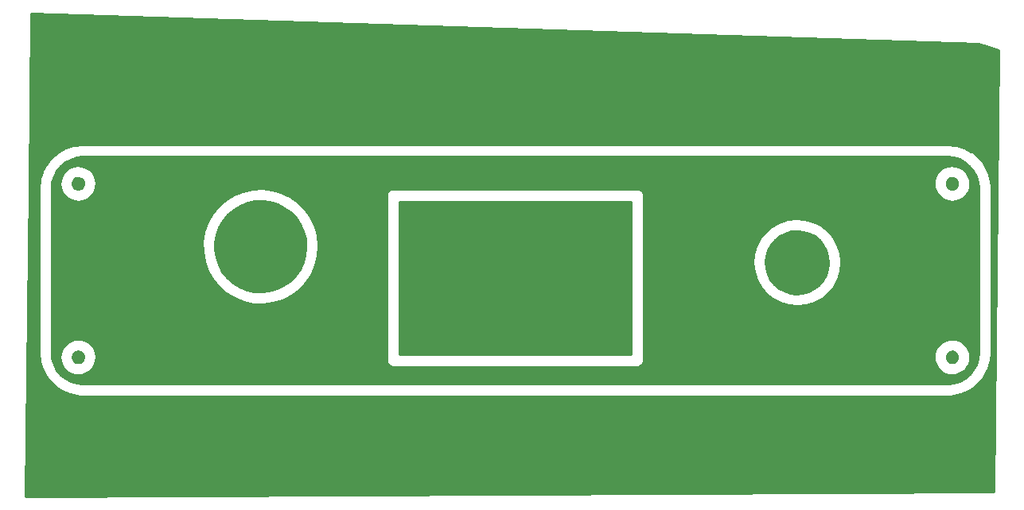
<source format=gbr>
%TF.GenerationSoftware,KiCad,Pcbnew,5.0.2+dfsg1-1*%
%TF.CreationDate,2021-08-12T08:11:43+08:00*%
%TF.ProjectId,shell_2,7368656c-6c5f-4322-9e6b-696361645f70,rev?*%
%TF.SameCoordinates,Original*%
%TF.FileFunction,Copper,L2,Bot*%
%TF.FilePolarity,Positive*%
%FSLAX46Y46*%
G04 Gerber Fmt 4.6, Leading zero omitted, Abs format (unit mm)*
G04 Created by KiCad (PCBNEW 5.0.2+dfsg1-1) date 2021年08月12日 星期四 08时11分43秒*
%MOMM*%
%LPD*%
G01*
G04 APERTURE LIST*
%TA.AperFunction,NonConductor*%
%ADD10C,0.254000*%
%TD*%
G04 APERTURE END LIST*
D10*
G36*
X199369227Y-88619997D02*
X201446384Y-89247975D01*
X200940748Y-136373217D01*
X97918512Y-136879967D01*
X98306096Y-103967582D01*
X99340000Y-103967582D01*
X99340001Y-121532419D01*
X99342988Y-121562744D01*
X99342813Y-121587743D01*
X99343713Y-121596914D01*
X99425315Y-122373302D01*
X99437338Y-122431871D01*
X99448551Y-122490657D01*
X99451215Y-122499479D01*
X99682063Y-123245229D01*
X99705238Y-123300359D01*
X99727652Y-123355838D01*
X99731979Y-123363974D01*
X100103282Y-124050684D01*
X100136727Y-124100268D01*
X100169487Y-124150331D01*
X100175311Y-124157472D01*
X100672924Y-124758983D01*
X100715376Y-124801140D01*
X100757223Y-124843873D01*
X100764318Y-124849741D01*
X100764324Y-124849747D01*
X100764331Y-124849751D01*
X101369294Y-125343148D01*
X101419087Y-125376230D01*
X101468476Y-125410048D01*
X101476583Y-125414430D01*
X102165867Y-125780930D01*
X102221182Y-125803729D01*
X102276154Y-125827290D01*
X102284957Y-125830015D01*
X103032302Y-126055652D01*
X103091011Y-126067277D01*
X103149494Y-126079708D01*
X103158657Y-126080671D01*
X103158659Y-126080671D01*
X103935596Y-126156850D01*
X103935598Y-126156850D01*
X103967581Y-126160000D01*
X196032419Y-126160000D01*
X196062753Y-126157012D01*
X196087743Y-126157187D01*
X196096914Y-126156287D01*
X196873302Y-126074685D01*
X196931871Y-126062662D01*
X196990657Y-126051449D01*
X196999479Y-126048785D01*
X197745229Y-125817937D01*
X197800359Y-125794762D01*
X197855838Y-125772348D01*
X197863974Y-125768021D01*
X198550684Y-125396718D01*
X198600268Y-125363273D01*
X198650331Y-125330513D01*
X198657472Y-125324689D01*
X199258983Y-124827076D01*
X199301140Y-124784624D01*
X199343873Y-124742777D01*
X199349741Y-124735682D01*
X199349747Y-124735676D01*
X199349751Y-124735669D01*
X199843148Y-124130706D01*
X199876230Y-124080913D01*
X199910048Y-124031524D01*
X199914430Y-124023417D01*
X200280930Y-123334133D01*
X200303729Y-123278818D01*
X200327290Y-123223846D01*
X200330015Y-123215043D01*
X200555652Y-122467698D01*
X200567277Y-122408989D01*
X200579708Y-122350506D01*
X200580671Y-122341341D01*
X200656850Y-121564404D01*
X200656850Y-121564402D01*
X200660000Y-121532419D01*
X200660000Y-103967581D01*
X200657012Y-103937247D01*
X200657187Y-103912257D01*
X200656287Y-103903086D01*
X200574685Y-103126699D01*
X200562658Y-103068106D01*
X200551448Y-103009342D01*
X200548785Y-103000520D01*
X200317937Y-102254771D01*
X200294749Y-102199608D01*
X200272347Y-102144162D01*
X200268021Y-102136026D01*
X199896718Y-101449316D01*
X199863279Y-101399741D01*
X199830514Y-101349670D01*
X199824689Y-101342529D01*
X199327076Y-100741017D01*
X199284621Y-100698858D01*
X199242776Y-100656127D01*
X199235676Y-100650253D01*
X198630705Y-100156852D01*
X198580904Y-100123764D01*
X198531524Y-100089953D01*
X198523418Y-100085570D01*
X197834133Y-99719071D01*
X197778839Y-99696280D01*
X197723846Y-99672710D01*
X197715043Y-99669985D01*
X196967698Y-99444348D01*
X196908995Y-99432725D01*
X196850506Y-99420292D01*
X196841342Y-99419329D01*
X196064404Y-99343150D01*
X196064402Y-99343150D01*
X196032419Y-99340000D01*
X103967581Y-99340000D01*
X103937247Y-99342988D01*
X103912257Y-99342813D01*
X103903086Y-99343713D01*
X103126699Y-99425315D01*
X103068106Y-99437342D01*
X103009342Y-99448552D01*
X103000520Y-99451215D01*
X102254771Y-99682063D01*
X102199608Y-99705251D01*
X102144162Y-99727653D01*
X102136026Y-99731979D01*
X101449316Y-100103282D01*
X101399741Y-100136721D01*
X101349670Y-100169486D01*
X101342529Y-100175311D01*
X100741017Y-100672924D01*
X100698863Y-100715374D01*
X100656127Y-100757224D01*
X100650253Y-100764324D01*
X100156852Y-101369295D01*
X100123764Y-101419096D01*
X100089953Y-101468476D01*
X100085570Y-101476582D01*
X99719071Y-102165867D01*
X99696280Y-102221161D01*
X99672710Y-102276154D01*
X99669985Y-102284957D01*
X99444348Y-103032302D01*
X99432725Y-103091005D01*
X99420292Y-103149494D01*
X99419329Y-103158658D01*
X99343150Y-103935596D01*
X99340000Y-103967582D01*
X98306096Y-103967582D01*
X98525065Y-85373505D01*
X199369227Y-88619997D01*
X199369227Y-88619997D01*
G37*
X199369227Y-88619997D02*
X201446384Y-89247975D01*
X200940748Y-136373217D01*
X97918512Y-136879967D01*
X98306096Y-103967582D01*
X99340000Y-103967582D01*
X99340001Y-121532419D01*
X99342988Y-121562744D01*
X99342813Y-121587743D01*
X99343713Y-121596914D01*
X99425315Y-122373302D01*
X99437338Y-122431871D01*
X99448551Y-122490657D01*
X99451215Y-122499479D01*
X99682063Y-123245229D01*
X99705238Y-123300359D01*
X99727652Y-123355838D01*
X99731979Y-123363974D01*
X100103282Y-124050684D01*
X100136727Y-124100268D01*
X100169487Y-124150331D01*
X100175311Y-124157472D01*
X100672924Y-124758983D01*
X100715376Y-124801140D01*
X100757223Y-124843873D01*
X100764318Y-124849741D01*
X100764324Y-124849747D01*
X100764331Y-124849751D01*
X101369294Y-125343148D01*
X101419087Y-125376230D01*
X101468476Y-125410048D01*
X101476583Y-125414430D01*
X102165867Y-125780930D01*
X102221182Y-125803729D01*
X102276154Y-125827290D01*
X102284957Y-125830015D01*
X103032302Y-126055652D01*
X103091011Y-126067277D01*
X103149494Y-126079708D01*
X103158657Y-126080671D01*
X103158659Y-126080671D01*
X103935596Y-126156850D01*
X103935598Y-126156850D01*
X103967581Y-126160000D01*
X196032419Y-126160000D01*
X196062753Y-126157012D01*
X196087743Y-126157187D01*
X196096914Y-126156287D01*
X196873302Y-126074685D01*
X196931871Y-126062662D01*
X196990657Y-126051449D01*
X196999479Y-126048785D01*
X197745229Y-125817937D01*
X197800359Y-125794762D01*
X197855838Y-125772348D01*
X197863974Y-125768021D01*
X198550684Y-125396718D01*
X198600268Y-125363273D01*
X198650331Y-125330513D01*
X198657472Y-125324689D01*
X199258983Y-124827076D01*
X199301140Y-124784624D01*
X199343873Y-124742777D01*
X199349741Y-124735682D01*
X199349747Y-124735676D01*
X199349751Y-124735669D01*
X199843148Y-124130706D01*
X199876230Y-124080913D01*
X199910048Y-124031524D01*
X199914430Y-124023417D01*
X200280930Y-123334133D01*
X200303729Y-123278818D01*
X200327290Y-123223846D01*
X200330015Y-123215043D01*
X200555652Y-122467698D01*
X200567277Y-122408989D01*
X200579708Y-122350506D01*
X200580671Y-122341341D01*
X200656850Y-121564404D01*
X200656850Y-121564402D01*
X200660000Y-121532419D01*
X200660000Y-103967581D01*
X200657012Y-103937247D01*
X200657187Y-103912257D01*
X200656287Y-103903086D01*
X200574685Y-103126699D01*
X200562658Y-103068106D01*
X200551448Y-103009342D01*
X200548785Y-103000520D01*
X200317937Y-102254771D01*
X200294749Y-102199608D01*
X200272347Y-102144162D01*
X200268021Y-102136026D01*
X199896718Y-101449316D01*
X199863279Y-101399741D01*
X199830514Y-101349670D01*
X199824689Y-101342529D01*
X199327076Y-100741017D01*
X199284621Y-100698858D01*
X199242776Y-100656127D01*
X199235676Y-100650253D01*
X198630705Y-100156852D01*
X198580904Y-100123764D01*
X198531524Y-100089953D01*
X198523418Y-100085570D01*
X197834133Y-99719071D01*
X197778839Y-99696280D01*
X197723846Y-99672710D01*
X197715043Y-99669985D01*
X196967698Y-99444348D01*
X196908995Y-99432725D01*
X196850506Y-99420292D01*
X196841342Y-99419329D01*
X196064404Y-99343150D01*
X196064402Y-99343150D01*
X196032419Y-99340000D01*
X103967581Y-99340000D01*
X103937247Y-99342988D01*
X103912257Y-99342813D01*
X103903086Y-99343713D01*
X103126699Y-99425315D01*
X103068106Y-99437342D01*
X103009342Y-99448552D01*
X103000520Y-99451215D01*
X102254771Y-99682063D01*
X102199608Y-99705251D01*
X102144162Y-99727653D01*
X102136026Y-99731979D01*
X101449316Y-100103282D01*
X101399741Y-100136721D01*
X101349670Y-100169486D01*
X101342529Y-100175311D01*
X100741017Y-100672924D01*
X100698863Y-100715374D01*
X100656127Y-100757224D01*
X100650253Y-100764324D01*
X100156852Y-101369295D01*
X100123764Y-101419096D01*
X100089953Y-101468476D01*
X100085570Y-101476582D01*
X99719071Y-102165867D01*
X99696280Y-102221161D01*
X99672710Y-102276154D01*
X99669985Y-102284957D01*
X99444348Y-103032302D01*
X99432725Y-103091005D01*
X99420292Y-103149494D01*
X99419329Y-103158658D01*
X99343150Y-103935596D01*
X99340000Y-103967582D01*
X98306096Y-103967582D01*
X98525065Y-85373505D01*
X199369227Y-88619997D01*
G36*
X196648126Y-100726714D02*
X197271572Y-100914943D01*
X197846579Y-101220681D01*
X198351247Y-101632279D01*
X198766362Y-102134067D01*
X199076105Y-102706924D01*
X199268682Y-103329039D01*
X199340001Y-104007594D01*
X199340000Y-121467721D01*
X199273286Y-122148126D01*
X199085057Y-122771570D01*
X198779323Y-123346573D01*
X198367721Y-123851248D01*
X197865933Y-124266362D01*
X197293077Y-124576104D01*
X196670961Y-124768682D01*
X195992417Y-124840000D01*
X104032279Y-124840000D01*
X103351874Y-124773286D01*
X102728430Y-124585057D01*
X102153427Y-124279323D01*
X101648752Y-123867721D01*
X101233638Y-123365933D01*
X100923896Y-122793077D01*
X100731318Y-122170961D01*
X100716182Y-122026947D01*
X101570188Y-122026947D01*
X101612175Y-122401270D01*
X101726069Y-122760308D01*
X101907531Y-123090386D01*
X102149650Y-123378932D01*
X102443203Y-123614955D01*
X102777009Y-123789465D01*
X103138354Y-123895814D01*
X103513474Y-123929953D01*
X103888080Y-123890580D01*
X104247905Y-123779196D01*
X104579242Y-123600043D01*
X104869472Y-123359944D01*
X105107538Y-123068046D01*
X105284374Y-122735466D01*
X105393243Y-122374872D01*
X105430000Y-122000000D01*
X105429248Y-121946111D01*
X105382038Y-121572411D01*
X105263143Y-121214998D01*
X105077090Y-120887486D01*
X104830966Y-120602348D01*
X104534146Y-120370447D01*
X104197935Y-120200615D01*
X103835141Y-120099321D01*
X103459581Y-120070423D01*
X103085561Y-120115023D01*
X102727326Y-120231420D01*
X102398523Y-120415182D01*
X102111674Y-120659309D01*
X101877706Y-120954503D01*
X101705531Y-121289520D01*
X101601707Y-121651598D01*
X101570188Y-122026947D01*
X100716182Y-122026947D01*
X100660000Y-121492417D01*
X100660000Y-109736631D01*
X116737396Y-109736631D01*
X116747427Y-110781589D01*
X116933379Y-111809918D01*
X117289935Y-112792214D01*
X117806900Y-113700391D01*
X118469492Y-114508480D01*
X119258767Y-115193377D01*
X120152155Y-115735499D01*
X121124112Y-116119343D01*
X122146847Y-116333935D01*
X123191118Y-116373139D01*
X124227064Y-116235835D01*
X125225066Y-115925947D01*
X126156587Y-115452337D01*
X126994992Y-114828546D01*
X127716309Y-114072412D01*
X128299912Y-113205553D01*
X128729116Y-112252756D01*
X128991647Y-111241264D01*
X129080000Y-110200000D01*
X129078861Y-110081360D01*
X128970535Y-109041983D01*
X128688634Y-108035718D01*
X128241218Y-107091337D01*
X127641081Y-106235841D01*
X126905381Y-105493693D01*
X126055155Y-104886113D01*
X125774218Y-104750000D01*
X136311686Y-104750000D01*
X136315000Y-104783647D01*
X136315001Y-122316343D01*
X136311686Y-122350000D01*
X136324912Y-122484283D01*
X136364081Y-122613406D01*
X136427688Y-122732407D01*
X136513289Y-122836711D01*
X136617593Y-122922312D01*
X136736594Y-122985919D01*
X136865717Y-123025088D01*
X136966353Y-123035000D01*
X137000000Y-123038314D01*
X137033647Y-123035000D01*
X162966353Y-123035000D01*
X163000000Y-123038314D01*
X163134283Y-123025088D01*
X163263406Y-122985919D01*
X163382407Y-122922312D01*
X163486711Y-122836711D01*
X163572312Y-122732407D01*
X163635919Y-122613406D01*
X163675088Y-122484283D01*
X163685000Y-122383647D01*
X163688314Y-122350000D01*
X163685000Y-122316353D01*
X163685000Y-122026947D01*
X194570188Y-122026947D01*
X194612175Y-122401270D01*
X194726069Y-122760308D01*
X194907531Y-123090386D01*
X195149650Y-123378932D01*
X195443203Y-123614955D01*
X195777009Y-123789465D01*
X196138354Y-123895814D01*
X196513474Y-123929953D01*
X196888080Y-123890580D01*
X197247905Y-123779196D01*
X197579242Y-123600043D01*
X197869472Y-123359944D01*
X198107538Y-123068046D01*
X198284374Y-122735466D01*
X198393243Y-122374872D01*
X198430000Y-122000000D01*
X198429248Y-121946111D01*
X198382038Y-121572411D01*
X198263143Y-121214998D01*
X198077090Y-120887486D01*
X197830966Y-120602348D01*
X197534146Y-120370447D01*
X197197935Y-120200615D01*
X196835141Y-120099321D01*
X196459581Y-120070423D01*
X196085561Y-120115023D01*
X195727326Y-120231420D01*
X195398523Y-120415182D01*
X195111674Y-120659309D01*
X194877706Y-120954503D01*
X194705531Y-121289520D01*
X194601707Y-121651598D01*
X194570188Y-122026947D01*
X163685000Y-122026947D01*
X163685000Y-111965343D01*
X175320456Y-111965343D01*
X175422269Y-112873027D01*
X175698447Y-113743648D01*
X176138469Y-114544046D01*
X176725576Y-115243732D01*
X177437404Y-115816057D01*
X178246841Y-116239220D01*
X179123055Y-116497104D01*
X180032672Y-116579886D01*
X180941045Y-116484412D01*
X181813573Y-116214320D01*
X182617023Y-115779896D01*
X183320791Y-115197688D01*
X183898071Y-114489872D01*
X184326875Y-113683409D01*
X184590870Y-112809017D01*
X184680000Y-111900000D01*
X184678175Y-111769327D01*
X184563699Y-110863153D01*
X184275393Y-109996473D01*
X183824238Y-109202297D01*
X183227419Y-108510876D01*
X182507669Y-107948545D01*
X181692403Y-107536725D01*
X180812673Y-107291100D01*
X179901989Y-107221026D01*
X178995039Y-107329174D01*
X178126367Y-107611422D01*
X177329061Y-108057022D01*
X176633490Y-108648999D01*
X176066148Y-109364806D01*
X175648646Y-110177177D01*
X175396886Y-111055170D01*
X175320456Y-111965343D01*
X163685000Y-111965343D01*
X163685000Y-104783647D01*
X163688314Y-104750000D01*
X163675088Y-104615717D01*
X163635919Y-104486594D01*
X163572312Y-104367593D01*
X163486711Y-104263289D01*
X163382407Y-104177688D01*
X163263406Y-104114081D01*
X163134283Y-104074912D01*
X163033647Y-104065000D01*
X163000000Y-104061686D01*
X162966353Y-104065000D01*
X137033647Y-104065000D01*
X137000000Y-104061686D01*
X136966353Y-104065000D01*
X136865717Y-104074912D01*
X136736594Y-104114081D01*
X136617593Y-104177688D01*
X136513289Y-104263289D01*
X136427688Y-104367593D01*
X136364081Y-104486594D01*
X136324912Y-104615717D01*
X136311686Y-104750000D01*
X125774218Y-104750000D01*
X125114714Y-104430473D01*
X124110947Y-104139801D01*
X123072556Y-104022409D01*
X122029230Y-104081654D01*
X121010803Y-104315840D01*
X120046394Y-104718273D01*
X119163577Y-105277445D01*
X118387597Y-105977368D01*
X117740640Y-106798029D01*
X117241205Y-107715963D01*
X116903572Y-108704923D01*
X116737396Y-109736631D01*
X100660000Y-109736631D01*
X100660000Y-104032278D01*
X100709547Y-103526947D01*
X101570188Y-103526947D01*
X101612175Y-103901270D01*
X101726069Y-104260308D01*
X101907531Y-104590386D01*
X102149650Y-104878932D01*
X102443203Y-105114955D01*
X102777009Y-105289465D01*
X103138354Y-105395814D01*
X103513474Y-105429953D01*
X103888080Y-105390580D01*
X104247905Y-105279196D01*
X104579242Y-105100043D01*
X104869472Y-104859944D01*
X105107538Y-104568046D01*
X105284374Y-104235466D01*
X105393243Y-103874872D01*
X105427357Y-103526947D01*
X194570188Y-103526947D01*
X194612175Y-103901270D01*
X194726069Y-104260308D01*
X194907531Y-104590386D01*
X195149650Y-104878932D01*
X195443203Y-105114955D01*
X195777009Y-105289465D01*
X196138354Y-105395814D01*
X196513474Y-105429953D01*
X196888080Y-105390580D01*
X197247905Y-105279196D01*
X197579242Y-105100043D01*
X197869472Y-104859944D01*
X198107538Y-104568046D01*
X198284374Y-104235466D01*
X198393243Y-103874872D01*
X198430000Y-103500000D01*
X198429248Y-103446111D01*
X198382038Y-103072411D01*
X198263143Y-102714998D01*
X198077090Y-102387486D01*
X197830966Y-102102348D01*
X197534146Y-101870447D01*
X197197935Y-101700615D01*
X196835141Y-101599321D01*
X196459581Y-101570423D01*
X196085561Y-101615023D01*
X195727326Y-101731420D01*
X195398523Y-101915182D01*
X195111674Y-102159309D01*
X194877706Y-102454503D01*
X194705531Y-102789520D01*
X194601707Y-103151598D01*
X194570188Y-103526947D01*
X105427357Y-103526947D01*
X105430000Y-103500000D01*
X105429248Y-103446111D01*
X105382038Y-103072411D01*
X105263143Y-102714998D01*
X105077090Y-102387486D01*
X104830966Y-102102348D01*
X104534146Y-101870447D01*
X104197935Y-101700615D01*
X103835141Y-101599321D01*
X103459581Y-101570423D01*
X103085561Y-101615023D01*
X102727326Y-101731420D01*
X102398523Y-101915182D01*
X102111674Y-102159309D01*
X101877706Y-102454503D01*
X101705531Y-102789520D01*
X101601707Y-103151598D01*
X101570188Y-103526947D01*
X100709547Y-103526947D01*
X100726714Y-103351874D01*
X100914943Y-102728428D01*
X101220681Y-102153421D01*
X101632279Y-101648753D01*
X102134067Y-101233638D01*
X102706924Y-100923895D01*
X103329039Y-100731318D01*
X104007584Y-100660000D01*
X195967722Y-100660000D01*
X196648126Y-100726714D01*
X196648126Y-100726714D01*
G37*
X196648126Y-100726714D02*
X197271572Y-100914943D01*
X197846579Y-101220681D01*
X198351247Y-101632279D01*
X198766362Y-102134067D01*
X199076105Y-102706924D01*
X199268682Y-103329039D01*
X199340001Y-104007594D01*
X199340000Y-121467721D01*
X199273286Y-122148126D01*
X199085057Y-122771570D01*
X198779323Y-123346573D01*
X198367721Y-123851248D01*
X197865933Y-124266362D01*
X197293077Y-124576104D01*
X196670961Y-124768682D01*
X195992417Y-124840000D01*
X104032279Y-124840000D01*
X103351874Y-124773286D01*
X102728430Y-124585057D01*
X102153427Y-124279323D01*
X101648752Y-123867721D01*
X101233638Y-123365933D01*
X100923896Y-122793077D01*
X100731318Y-122170961D01*
X100716182Y-122026947D01*
X101570188Y-122026947D01*
X101612175Y-122401270D01*
X101726069Y-122760308D01*
X101907531Y-123090386D01*
X102149650Y-123378932D01*
X102443203Y-123614955D01*
X102777009Y-123789465D01*
X103138354Y-123895814D01*
X103513474Y-123929953D01*
X103888080Y-123890580D01*
X104247905Y-123779196D01*
X104579242Y-123600043D01*
X104869472Y-123359944D01*
X105107538Y-123068046D01*
X105284374Y-122735466D01*
X105393243Y-122374872D01*
X105430000Y-122000000D01*
X105429248Y-121946111D01*
X105382038Y-121572411D01*
X105263143Y-121214998D01*
X105077090Y-120887486D01*
X104830966Y-120602348D01*
X104534146Y-120370447D01*
X104197935Y-120200615D01*
X103835141Y-120099321D01*
X103459581Y-120070423D01*
X103085561Y-120115023D01*
X102727326Y-120231420D01*
X102398523Y-120415182D01*
X102111674Y-120659309D01*
X101877706Y-120954503D01*
X101705531Y-121289520D01*
X101601707Y-121651598D01*
X101570188Y-122026947D01*
X100716182Y-122026947D01*
X100660000Y-121492417D01*
X100660000Y-109736631D01*
X116737396Y-109736631D01*
X116747427Y-110781589D01*
X116933379Y-111809918D01*
X117289935Y-112792214D01*
X117806900Y-113700391D01*
X118469492Y-114508480D01*
X119258767Y-115193377D01*
X120152155Y-115735499D01*
X121124112Y-116119343D01*
X122146847Y-116333935D01*
X123191118Y-116373139D01*
X124227064Y-116235835D01*
X125225066Y-115925947D01*
X126156587Y-115452337D01*
X126994992Y-114828546D01*
X127716309Y-114072412D01*
X128299912Y-113205553D01*
X128729116Y-112252756D01*
X128991647Y-111241264D01*
X129080000Y-110200000D01*
X129078861Y-110081360D01*
X128970535Y-109041983D01*
X128688634Y-108035718D01*
X128241218Y-107091337D01*
X127641081Y-106235841D01*
X126905381Y-105493693D01*
X126055155Y-104886113D01*
X125774218Y-104750000D01*
X136311686Y-104750000D01*
X136315000Y-104783647D01*
X136315001Y-122316343D01*
X136311686Y-122350000D01*
X136324912Y-122484283D01*
X136364081Y-122613406D01*
X136427688Y-122732407D01*
X136513289Y-122836711D01*
X136617593Y-122922312D01*
X136736594Y-122985919D01*
X136865717Y-123025088D01*
X136966353Y-123035000D01*
X137000000Y-123038314D01*
X137033647Y-123035000D01*
X162966353Y-123035000D01*
X163000000Y-123038314D01*
X163134283Y-123025088D01*
X163263406Y-122985919D01*
X163382407Y-122922312D01*
X163486711Y-122836711D01*
X163572312Y-122732407D01*
X163635919Y-122613406D01*
X163675088Y-122484283D01*
X163685000Y-122383647D01*
X163688314Y-122350000D01*
X163685000Y-122316353D01*
X163685000Y-122026947D01*
X194570188Y-122026947D01*
X194612175Y-122401270D01*
X194726069Y-122760308D01*
X194907531Y-123090386D01*
X195149650Y-123378932D01*
X195443203Y-123614955D01*
X195777009Y-123789465D01*
X196138354Y-123895814D01*
X196513474Y-123929953D01*
X196888080Y-123890580D01*
X197247905Y-123779196D01*
X197579242Y-123600043D01*
X197869472Y-123359944D01*
X198107538Y-123068046D01*
X198284374Y-122735466D01*
X198393243Y-122374872D01*
X198430000Y-122000000D01*
X198429248Y-121946111D01*
X198382038Y-121572411D01*
X198263143Y-121214998D01*
X198077090Y-120887486D01*
X197830966Y-120602348D01*
X197534146Y-120370447D01*
X197197935Y-120200615D01*
X196835141Y-120099321D01*
X196459581Y-120070423D01*
X196085561Y-120115023D01*
X195727326Y-120231420D01*
X195398523Y-120415182D01*
X195111674Y-120659309D01*
X194877706Y-120954503D01*
X194705531Y-121289520D01*
X194601707Y-121651598D01*
X194570188Y-122026947D01*
X163685000Y-122026947D01*
X163685000Y-111965343D01*
X175320456Y-111965343D01*
X175422269Y-112873027D01*
X175698447Y-113743648D01*
X176138469Y-114544046D01*
X176725576Y-115243732D01*
X177437404Y-115816057D01*
X178246841Y-116239220D01*
X179123055Y-116497104D01*
X180032672Y-116579886D01*
X180941045Y-116484412D01*
X181813573Y-116214320D01*
X182617023Y-115779896D01*
X183320791Y-115197688D01*
X183898071Y-114489872D01*
X184326875Y-113683409D01*
X184590870Y-112809017D01*
X184680000Y-111900000D01*
X184678175Y-111769327D01*
X184563699Y-110863153D01*
X184275393Y-109996473D01*
X183824238Y-109202297D01*
X183227419Y-108510876D01*
X182507669Y-107948545D01*
X181692403Y-107536725D01*
X180812673Y-107291100D01*
X179901989Y-107221026D01*
X178995039Y-107329174D01*
X178126367Y-107611422D01*
X177329061Y-108057022D01*
X176633490Y-108648999D01*
X176066148Y-109364806D01*
X175648646Y-110177177D01*
X175396886Y-111055170D01*
X175320456Y-111965343D01*
X163685000Y-111965343D01*
X163685000Y-104783647D01*
X163688314Y-104750000D01*
X163675088Y-104615717D01*
X163635919Y-104486594D01*
X163572312Y-104367593D01*
X163486711Y-104263289D01*
X163382407Y-104177688D01*
X163263406Y-104114081D01*
X163134283Y-104074912D01*
X163033647Y-104065000D01*
X163000000Y-104061686D01*
X162966353Y-104065000D01*
X137033647Y-104065000D01*
X137000000Y-104061686D01*
X136966353Y-104065000D01*
X136865717Y-104074912D01*
X136736594Y-104114081D01*
X136617593Y-104177688D01*
X136513289Y-104263289D01*
X136427688Y-104367593D01*
X136364081Y-104486594D01*
X136324912Y-104615717D01*
X136311686Y-104750000D01*
X125774218Y-104750000D01*
X125114714Y-104430473D01*
X124110947Y-104139801D01*
X123072556Y-104022409D01*
X122029230Y-104081654D01*
X121010803Y-104315840D01*
X120046394Y-104718273D01*
X119163577Y-105277445D01*
X118387597Y-105977368D01*
X117740640Y-106798029D01*
X117241205Y-107715963D01*
X116903572Y-108704923D01*
X116737396Y-109736631D01*
X100660000Y-109736631D01*
X100660000Y-104032278D01*
X100709547Y-103526947D01*
X101570188Y-103526947D01*
X101612175Y-103901270D01*
X101726069Y-104260308D01*
X101907531Y-104590386D01*
X102149650Y-104878932D01*
X102443203Y-105114955D01*
X102777009Y-105289465D01*
X103138354Y-105395814D01*
X103513474Y-105429953D01*
X103888080Y-105390580D01*
X104247905Y-105279196D01*
X104579242Y-105100043D01*
X104869472Y-104859944D01*
X105107538Y-104568046D01*
X105284374Y-104235466D01*
X105393243Y-103874872D01*
X105427357Y-103526947D01*
X194570188Y-103526947D01*
X194612175Y-103901270D01*
X194726069Y-104260308D01*
X194907531Y-104590386D01*
X195149650Y-104878932D01*
X195443203Y-105114955D01*
X195777009Y-105289465D01*
X196138354Y-105395814D01*
X196513474Y-105429953D01*
X196888080Y-105390580D01*
X197247905Y-105279196D01*
X197579242Y-105100043D01*
X197869472Y-104859944D01*
X198107538Y-104568046D01*
X198284374Y-104235466D01*
X198393243Y-103874872D01*
X198430000Y-103500000D01*
X198429248Y-103446111D01*
X198382038Y-103072411D01*
X198263143Y-102714998D01*
X198077090Y-102387486D01*
X197830966Y-102102348D01*
X197534146Y-101870447D01*
X197197935Y-101700615D01*
X196835141Y-101599321D01*
X196459581Y-101570423D01*
X196085561Y-101615023D01*
X195727326Y-101731420D01*
X195398523Y-101915182D01*
X195111674Y-102159309D01*
X194877706Y-102454503D01*
X194705531Y-102789520D01*
X194601707Y-103151598D01*
X194570188Y-103526947D01*
X105427357Y-103526947D01*
X105430000Y-103500000D01*
X105429248Y-103446111D01*
X105382038Y-103072411D01*
X105263143Y-102714998D01*
X105077090Y-102387486D01*
X104830966Y-102102348D01*
X104534146Y-101870447D01*
X104197935Y-101700615D01*
X103835141Y-101599321D01*
X103459581Y-101570423D01*
X103085561Y-101615023D01*
X102727326Y-101731420D01*
X102398523Y-101915182D01*
X102111674Y-102159309D01*
X101877706Y-102454503D01*
X101705531Y-102789520D01*
X101601707Y-103151598D01*
X101570188Y-103526947D01*
X100709547Y-103526947D01*
X100726714Y-103351874D01*
X100914943Y-102728428D01*
X101220681Y-102153421D01*
X101632279Y-101648753D01*
X102134067Y-101233638D01*
X102706924Y-100923895D01*
X103329039Y-100731318D01*
X104007584Y-100660000D01*
X195967722Y-100660000D01*
X196648126Y-100726714D01*
G36*
X196618636Y-121422051D02*
X196728634Y-121456101D01*
X196829924Y-121510868D01*
X196918647Y-121584266D01*
X196991424Y-121673499D01*
X197045482Y-121775168D01*
X197078764Y-121885402D01*
X197090000Y-122000000D01*
X197089770Y-122016474D01*
X197075338Y-122130714D01*
X197038992Y-122239975D01*
X196982115Y-122340095D01*
X196906876Y-122427261D01*
X196816138Y-122498153D01*
X196713358Y-122550071D01*
X196602452Y-122581037D01*
X196487644Y-122589871D01*
X196373306Y-122576237D01*
X196263794Y-122540654D01*
X196163279Y-122484478D01*
X196075590Y-122409848D01*
X196004066Y-122319608D01*
X195951432Y-122217193D01*
X195919693Y-122106506D01*
X195910058Y-121991762D01*
X195922893Y-121877332D01*
X195957710Y-121767574D01*
X196013183Y-121666669D01*
X196087199Y-121578461D01*
X196176938Y-121506309D01*
X196278982Y-121452962D01*
X196389445Y-121420451D01*
X196504119Y-121410014D01*
X196618636Y-121422051D01*
X196618636Y-121422051D01*
G37*
X196618636Y-121422051D02*
X196728634Y-121456101D01*
X196829924Y-121510868D01*
X196918647Y-121584266D01*
X196991424Y-121673499D01*
X197045482Y-121775168D01*
X197078764Y-121885402D01*
X197090000Y-122000000D01*
X197089770Y-122016474D01*
X197075338Y-122130714D01*
X197038992Y-122239975D01*
X196982115Y-122340095D01*
X196906876Y-122427261D01*
X196816138Y-122498153D01*
X196713358Y-122550071D01*
X196602452Y-122581037D01*
X196487644Y-122589871D01*
X196373306Y-122576237D01*
X196263794Y-122540654D01*
X196163279Y-122484478D01*
X196075590Y-122409848D01*
X196004066Y-122319608D01*
X195951432Y-122217193D01*
X195919693Y-122106506D01*
X195910058Y-121991762D01*
X195922893Y-121877332D01*
X195957710Y-121767574D01*
X196013183Y-121666669D01*
X196087199Y-121578461D01*
X196176938Y-121506309D01*
X196278982Y-121452962D01*
X196389445Y-121420451D01*
X196504119Y-121410014D01*
X196618636Y-121422051D01*
G36*
X103618636Y-121422051D02*
X103728634Y-121456101D01*
X103829924Y-121510868D01*
X103918647Y-121584266D01*
X103991424Y-121673499D01*
X104045482Y-121775168D01*
X104078764Y-121885402D01*
X104090000Y-122000000D01*
X104089770Y-122016474D01*
X104075338Y-122130714D01*
X104038992Y-122239975D01*
X103982115Y-122340095D01*
X103906876Y-122427261D01*
X103816138Y-122498153D01*
X103713358Y-122550071D01*
X103602452Y-122581037D01*
X103487644Y-122589871D01*
X103373306Y-122576237D01*
X103263794Y-122540654D01*
X103163279Y-122484478D01*
X103075590Y-122409848D01*
X103004066Y-122319608D01*
X102951432Y-122217193D01*
X102919693Y-122106506D01*
X102910058Y-121991762D01*
X102922893Y-121877332D01*
X102957710Y-121767574D01*
X103013183Y-121666669D01*
X103087199Y-121578461D01*
X103176938Y-121506309D01*
X103278982Y-121452962D01*
X103389445Y-121420451D01*
X103504119Y-121410014D01*
X103618636Y-121422051D01*
X103618636Y-121422051D01*
G37*
X103618636Y-121422051D02*
X103728634Y-121456101D01*
X103829924Y-121510868D01*
X103918647Y-121584266D01*
X103991424Y-121673499D01*
X104045482Y-121775168D01*
X104078764Y-121885402D01*
X104090000Y-122000000D01*
X104089770Y-122016474D01*
X104075338Y-122130714D01*
X104038992Y-122239975D01*
X103982115Y-122340095D01*
X103906876Y-122427261D01*
X103816138Y-122498153D01*
X103713358Y-122550071D01*
X103602452Y-122581037D01*
X103487644Y-122589871D01*
X103373306Y-122576237D01*
X103263794Y-122540654D01*
X103163279Y-122484478D01*
X103075590Y-122409848D01*
X103004066Y-122319608D01*
X102951432Y-122217193D01*
X102919693Y-122106506D01*
X102910058Y-121991762D01*
X102922893Y-121877332D01*
X102957710Y-121767574D01*
X103013183Y-121666669D01*
X103087199Y-121578461D01*
X103176938Y-121506309D01*
X103278982Y-121452962D01*
X103389445Y-121420451D01*
X103504119Y-121410014D01*
X103618636Y-121422051D01*
G36*
X162315001Y-121665000D02*
X137685000Y-121665000D01*
X137685000Y-105435000D01*
X162315000Y-105435000D01*
X162315001Y-121665000D01*
X162315001Y-121665000D01*
G37*
X162315001Y-121665000D02*
X137685000Y-121665000D01*
X137685000Y-105435000D01*
X162315000Y-105435000D01*
X162315001Y-121665000D01*
G36*
X180671600Y-108628219D02*
X181294302Y-108820977D01*
X181867704Y-109131015D01*
X182369966Y-109546522D01*
X182781957Y-110051672D01*
X183087984Y-110627225D01*
X183276390Y-111251257D01*
X183340000Y-111900000D01*
X183338698Y-111993258D01*
X183256999Y-112639972D01*
X183051242Y-113258500D01*
X182729264Y-113825284D01*
X182303329Y-114318734D01*
X181789661Y-114720055D01*
X181207826Y-115013961D01*
X180579985Y-115189258D01*
X179930052Y-115239267D01*
X179282784Y-115162085D01*
X178662834Y-114960652D01*
X178093817Y-114642638D01*
X177597405Y-114220159D01*
X177192508Y-113709305D01*
X176894547Y-113129536D01*
X176714871Y-112502934D01*
X176660326Y-111853366D01*
X176732987Y-111205575D01*
X176930088Y-110584234D01*
X177244121Y-110013010D01*
X177663124Y-109513661D01*
X178171139Y-109105207D01*
X178748814Y-108803206D01*
X179374146Y-108619161D01*
X180023317Y-108560081D01*
X180671600Y-108628219D01*
X180671600Y-108628219D01*
G37*
X180671600Y-108628219D02*
X181294302Y-108820977D01*
X181867704Y-109131015D01*
X182369966Y-109546522D01*
X182781957Y-110051672D01*
X183087984Y-110627225D01*
X183276390Y-111251257D01*
X183340000Y-111900000D01*
X183338698Y-111993258D01*
X183256999Y-112639972D01*
X183051242Y-113258500D01*
X182729264Y-113825284D01*
X182303329Y-114318734D01*
X181789661Y-114720055D01*
X181207826Y-115013961D01*
X180579985Y-115189258D01*
X179930052Y-115239267D01*
X179282784Y-115162085D01*
X178662834Y-114960652D01*
X178093817Y-114642638D01*
X177597405Y-114220159D01*
X177192508Y-113709305D01*
X176894547Y-113129536D01*
X176714871Y-112502934D01*
X176660326Y-111853366D01*
X176732987Y-111205575D01*
X176930088Y-110584234D01*
X177244121Y-110013010D01*
X177663124Y-109513661D01*
X178171139Y-109105207D01*
X178748814Y-108803206D01*
X179374146Y-108619161D01*
X180023317Y-108560081D01*
X180671600Y-108628219D01*
G36*
X123939319Y-105472906D02*
X124720925Y-105715601D01*
X125450466Y-106086519D01*
X126107081Y-106575054D01*
X126671996Y-107167238D01*
X127129058Y-107846137D01*
X127465198Y-108592340D01*
X127670805Y-109384511D01*
X127740000Y-110200000D01*
X127739108Y-110292916D01*
X127654270Y-111106926D01*
X127433493Y-111895004D01*
X127083090Y-112634617D01*
X126613079Y-113304616D01*
X126036900Y-113885845D01*
X125371028Y-114361685D01*
X124634501Y-114718529D01*
X123848379Y-114946175D01*
X123035141Y-115038113D01*
X122218038Y-114991715D01*
X121420435Y-114808306D01*
X120665137Y-114493132D01*
X119973740Y-114055205D01*
X119366015Y-113507045D01*
X118859336Y-112864327D01*
X118468193Y-112145427D01*
X118203769Y-111370902D01*
X118073624Y-110562897D01*
X118081480Y-109744516D01*
X118227112Y-108939158D01*
X118506357Y-108169852D01*
X118911229Y-107458594D01*
X119430153Y-106825721D01*
X120048290Y-106289329D01*
X120747966Y-105864755D01*
X121509175Y-105564139D01*
X122310152Y-105396077D01*
X123127995Y-105365373D01*
X123939319Y-105472906D01*
X123939319Y-105472906D01*
G37*
X123939319Y-105472906D02*
X124720925Y-105715601D01*
X125450466Y-106086519D01*
X126107081Y-106575054D01*
X126671996Y-107167238D01*
X127129058Y-107846137D01*
X127465198Y-108592340D01*
X127670805Y-109384511D01*
X127740000Y-110200000D01*
X127739108Y-110292916D01*
X127654270Y-111106926D01*
X127433493Y-111895004D01*
X127083090Y-112634617D01*
X126613079Y-113304616D01*
X126036900Y-113885845D01*
X125371028Y-114361685D01*
X124634501Y-114718529D01*
X123848379Y-114946175D01*
X123035141Y-115038113D01*
X122218038Y-114991715D01*
X121420435Y-114808306D01*
X120665137Y-114493132D01*
X119973740Y-114055205D01*
X119366015Y-113507045D01*
X118859336Y-112864327D01*
X118468193Y-112145427D01*
X118203769Y-111370902D01*
X118073624Y-110562897D01*
X118081480Y-109744516D01*
X118227112Y-108939158D01*
X118506357Y-108169852D01*
X118911229Y-107458594D01*
X119430153Y-106825721D01*
X120048290Y-106289329D01*
X120747966Y-105864755D01*
X121509175Y-105564139D01*
X122310152Y-105396077D01*
X123127995Y-105365373D01*
X123939319Y-105472906D01*
G36*
X196618636Y-102922051D02*
X196728634Y-102956101D01*
X196829924Y-103010868D01*
X196918647Y-103084266D01*
X196991424Y-103173499D01*
X197045482Y-103275168D01*
X197078764Y-103385402D01*
X197090000Y-103500000D01*
X197089770Y-103516474D01*
X197075338Y-103630714D01*
X197038992Y-103739975D01*
X196982115Y-103840095D01*
X196906876Y-103927261D01*
X196816138Y-103998153D01*
X196713358Y-104050071D01*
X196602452Y-104081037D01*
X196487644Y-104089871D01*
X196373306Y-104076237D01*
X196263794Y-104040654D01*
X196163279Y-103984478D01*
X196075590Y-103909848D01*
X196004066Y-103819608D01*
X195951432Y-103717193D01*
X195919693Y-103606506D01*
X195910058Y-103491762D01*
X195922893Y-103377332D01*
X195957710Y-103267574D01*
X196013183Y-103166669D01*
X196087199Y-103078461D01*
X196176938Y-103006309D01*
X196278982Y-102952962D01*
X196389445Y-102920451D01*
X196504119Y-102910014D01*
X196618636Y-102922051D01*
X196618636Y-102922051D01*
G37*
X196618636Y-102922051D02*
X196728634Y-102956101D01*
X196829924Y-103010868D01*
X196918647Y-103084266D01*
X196991424Y-103173499D01*
X197045482Y-103275168D01*
X197078764Y-103385402D01*
X197090000Y-103500000D01*
X197089770Y-103516474D01*
X197075338Y-103630714D01*
X197038992Y-103739975D01*
X196982115Y-103840095D01*
X196906876Y-103927261D01*
X196816138Y-103998153D01*
X196713358Y-104050071D01*
X196602452Y-104081037D01*
X196487644Y-104089871D01*
X196373306Y-104076237D01*
X196263794Y-104040654D01*
X196163279Y-103984478D01*
X196075590Y-103909848D01*
X196004066Y-103819608D01*
X195951432Y-103717193D01*
X195919693Y-103606506D01*
X195910058Y-103491762D01*
X195922893Y-103377332D01*
X195957710Y-103267574D01*
X196013183Y-103166669D01*
X196087199Y-103078461D01*
X196176938Y-103006309D01*
X196278982Y-102952962D01*
X196389445Y-102920451D01*
X196504119Y-102910014D01*
X196618636Y-102922051D01*
G36*
X103618636Y-102922051D02*
X103728634Y-102956101D01*
X103829924Y-103010868D01*
X103918647Y-103084266D01*
X103991424Y-103173499D01*
X104045482Y-103275168D01*
X104078764Y-103385402D01*
X104090000Y-103500000D01*
X104089770Y-103516474D01*
X104075338Y-103630714D01*
X104038992Y-103739975D01*
X103982115Y-103840095D01*
X103906876Y-103927261D01*
X103816138Y-103998153D01*
X103713358Y-104050071D01*
X103602452Y-104081037D01*
X103487644Y-104089871D01*
X103373306Y-104076237D01*
X103263794Y-104040654D01*
X103163279Y-103984478D01*
X103075590Y-103909848D01*
X103004066Y-103819608D01*
X102951432Y-103717193D01*
X102919693Y-103606506D01*
X102910058Y-103491762D01*
X102922893Y-103377332D01*
X102957710Y-103267574D01*
X103013183Y-103166669D01*
X103087199Y-103078461D01*
X103176938Y-103006309D01*
X103278982Y-102952962D01*
X103389445Y-102920451D01*
X103504119Y-102910014D01*
X103618636Y-102922051D01*
X103618636Y-102922051D01*
G37*
X103618636Y-102922051D02*
X103728634Y-102956101D01*
X103829924Y-103010868D01*
X103918647Y-103084266D01*
X103991424Y-103173499D01*
X104045482Y-103275168D01*
X104078764Y-103385402D01*
X104090000Y-103500000D01*
X104089770Y-103516474D01*
X104075338Y-103630714D01*
X104038992Y-103739975D01*
X103982115Y-103840095D01*
X103906876Y-103927261D01*
X103816138Y-103998153D01*
X103713358Y-104050071D01*
X103602452Y-104081037D01*
X103487644Y-104089871D01*
X103373306Y-104076237D01*
X103263794Y-104040654D01*
X103163279Y-103984478D01*
X103075590Y-103909848D01*
X103004066Y-103819608D01*
X102951432Y-103717193D01*
X102919693Y-103606506D01*
X102910058Y-103491762D01*
X102922893Y-103377332D01*
X102957710Y-103267574D01*
X103013183Y-103166669D01*
X103087199Y-103078461D01*
X103176938Y-103006309D01*
X103278982Y-102952962D01*
X103389445Y-102920451D01*
X103504119Y-102910014D01*
X103618636Y-102922051D01*
M02*

</source>
